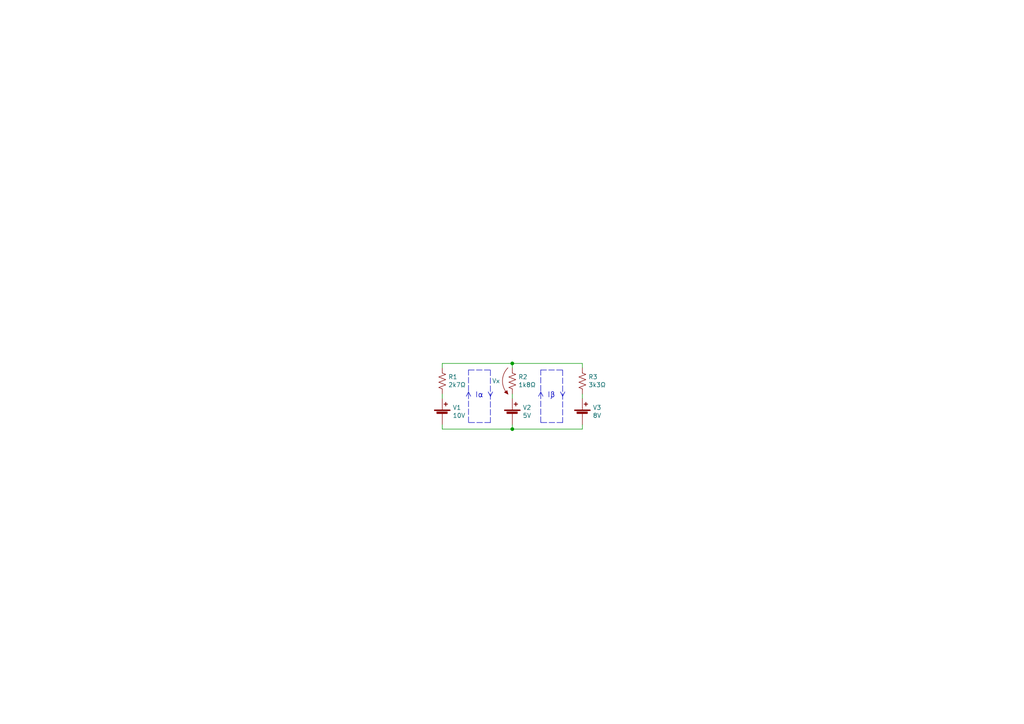
<source format=kicad_sch>
(kicad_sch (version 20211123) (generator eeschema)
  (paper "A4")
  (title_block (title "Questão 3 e 4 - P2/2020 - Noturno") (date "2020-11-18") (rev "0") (company "ETE103 - Fundamentos de Circuitos Analógicos"))
  (lib_symbols
    (symbol "Device:Battery_Cell" (pin_numbers hide) (pin_names (offset 0) hide)
      (property "Reference" "BT" (at 2.54 2.54 0))
      (property "Value" "Battery_Cell" (at 2.54 0 0))
      (symbol "Battery_Cell_0_1"
        (rectangle (start -2.286 1.778) (end 2.286 1.524) (fill (type outline)))
        (rectangle (start -1.5748 1.1938) (end 1.4732 0.6858) (fill (type outline)))
        (polyline (pts (xy 0 0.762) (xy 0 0)))
        (polyline (pts (xy 0 1.778) (xy 0 2.54)))
        (polyline (pts (xy 0.508 3.429) (xy 1.524 3.429)) (stroke (width 0.254)))
        (polyline (pts (xy 1.016 3.937) (xy 1.016 2.921)) (stroke (width 0.254)))
      )
      (symbol "Battery_Cell_1_1"
        (pin passive line (at 0 5.08 270) (length 2.54) (name "+") (number "1"))
        (pin passive line (at 0 -2.54 90) (length 2.54) (name "-") (number "2"))
      )
    )
    (symbol "Device:R_US" (pin_numbers hide) (pin_names (offset 0))
      (property "Reference" "R" (at 2.54 0 90))
      (property "Value" "R_US" (at -2.54 0 90))
      (symbol "R_US_0_1"
        (polyline (pts (xy 0 -2.286) (xy 0 -2.54)))
        (polyline (pts (xy 0 2.286) (xy 0 2.54)))
        (polyline (pts (xy 0 -0.762) (xy 1.016 -1.143) (xy 0 -1.524) (xy -1.016 -1.905) (xy 0 -2.286)))
        (polyline (pts (xy 0 0.762) (xy 1.016 0.381) (xy 0 0) (xy -1.016 -0.381) (xy 0 -0.762)))
        (polyline (pts (xy 0 2.286) (xy 1.016 1.905) (xy 0 1.524) (xy -1.016 1.143) (xy 0 0.762)))
      )
      (symbol "R_US_1_1"
        (pin passive line (at 0 3.81 270) (length 1.27) (name "~") (number "1"))
        (pin passive line (at 0 -3.81 90) (length 1.27) (name "~") (number "2"))
      )
    )
    (symbol "analise-de-malhas-rescue:seta_tensao_longa-Pessoal" (pin_names (offset 1.016))
      (property "Reference" "V" (at -2.54 0 0))
      (symbol "seta_tensao_longa-Pessoal_0_1"
        (polyline (pts (xy 0 3.81) (xy -1.016 3.302) (xy -0.254 2.794) (xy 0 3.81)) (fill (type outline)))
        (arc (start 0 3.81) (mid -1.5782 0) (end 0 -3.81))
      )
    )
  )
  (junction (at 148.59 124.46))
  (junction (at 148.59 105.41))
  (polyline (pts (xy 142.24 114.935) (xy 142.875 113.665)))
  (wire (pts (xy 168.91 105.41) (xy 168.91 106.68)))
  (wire (pts (xy 168.91 123.19) (xy 168.91 124.46)))
  (wire (pts (xy 168.91 115.57) (xy 168.91 114.3)))
  (wire (pts (xy 168.91 124.46) (xy 148.59 124.46)))
  (polyline (pts (xy 163.195 122.555) (xy 156.845 122.555)))
  (wire (pts (xy 148.59 115.57) (xy 148.59 114.3)))
  (polyline (pts (xy 142.24 114.935) (xy 141.605 113.665)))
  (wire (pts (xy 148.59 105.41) (xy 148.59 106.68)))
  (polyline (pts (xy 142.24 122.555) (xy 135.89 122.555)))
  (wire (pts (xy 128.27 114.3) (xy 128.27 115.57)))
  (polyline (pts (xy 135.89 107.315) (xy 142.24 107.315)))
  (polyline (pts (xy 156.845 122.555) (xy 156.845 107.315)))
  (wire (pts (xy 148.59 124.46) (xy 148.59 123.19)))
  (wire (pts (xy 128.27 123.19) (xy 128.27 124.46)))
  (wire (pts (xy 128.27 124.46) (xy 148.59 124.46)))
  (polyline (pts (xy 142.24 107.315) (xy 142.24 122.555)))
  (polyline (pts (xy 135.89 113.665) (xy 136.525 114.935)))
  (polyline (pts (xy 163.195 114.935) (xy 163.83 113.665)))
  (polyline (pts (xy 156.845 113.665) (xy 156.21 114.935)))
  (wire (pts (xy 128.27 105.41) (xy 128.27 106.68)))
  (polyline (pts (xy 163.195 114.935) (xy 162.56 113.665)))
  (polyline (pts (xy 135.89 113.665) (xy 135.255 114.935)))
  (polyline (pts (xy 163.195 107.315) (xy 163.195 122.555)))
  (polyline (pts (xy 156.845 107.315) (xy 163.195 107.315)))
  (polyline (pts (xy 156.845 113.665) (xy 157.48 114.935)))
  (polyline (pts (xy 135.89 122.555) (xy 135.89 107.315)))
  (wire (pts (xy 148.59 105.41) (xy 168.91 105.41)))
  (wire (pts (xy 128.27 105.41) (xy 148.59 105.41)))
  (text "Iα" (at 137.795 115.57 0) (effects (font (size 1.524 1.524)) (justify left bottom)))
  (text "Iβ" (at 158.75 115.57 0) (effects (font (size 1.524 1.524)) (justify left bottom)))
  (symbol (lib_id "Device:Battery_Cell") (at 128.27 120.65 0) (unit 1)
    (property "Reference" "V1" (at 131.2672 118.2116 0) (effects (justify left)))
    (property "Value" "10V" (at 131.2672 120.523 0) (effects (justify left)))
  )
  (symbol (lib_id "Device:R_US") (at 148.59 110.49 180) (unit 1)
    (property "Reference" "R2" (at 150.3172 109.3216 0) (effects (justify right)))
    (property "Value" "1k8Ω" (at 150.3172 111.633 0) (effects (justify right)))
  )
  (symbol (lib_id "Device:R_US") (at 128.27 110.49 180) (unit 1)
    (property "Reference" "R1" (at 129.9972 109.3216 0) (effects (justify right)))
    (property "Value" "2k7Ω" (at 129.9972 111.633 0) (effects (justify right)))
  )
  (symbol (lib_id "Device:Battery_Cell") (at 148.59 120.65 0) (unit 1)
    (property "Reference" "V2" (at 151.5872 118.2116 0) (effects (justify left)))
    (property "Value" "5V" (at 151.5872 120.523 0) (effects (justify left)))
  )
  (symbol (lib_id "Device:R_US") (at 168.91 110.49 180) (unit 1)
    (property "Reference" "R3" (at 170.6372 109.3216 0) (effects (justify right)))
    (property "Value" "3k3Ω" (at 170.6372 111.633 0) (effects (justify right)))
  )
  (symbol (lib_id "analise-de-malhas-rescue:seta_tensao_longa-Pessoal") (at 147.32 110.49 0) (mirror x) (unit 1)
    (property "Reference" "Vx" (at 145.034 110.49 0) (effects (justify right)))
    (property "Value" "seta_tensao_longa" (effects hide))
  )
  (symbol (lib_id "Device:Battery_Cell") (at 168.91 120.65 0) (unit 1)
    (property "Reference" "V3" (at 171.9072 118.2116 0) (effects (justify left)))
    (property "Value" "8V" (at 171.9072 120.523 0) (effects (justify left)))
  )
)
</source>
